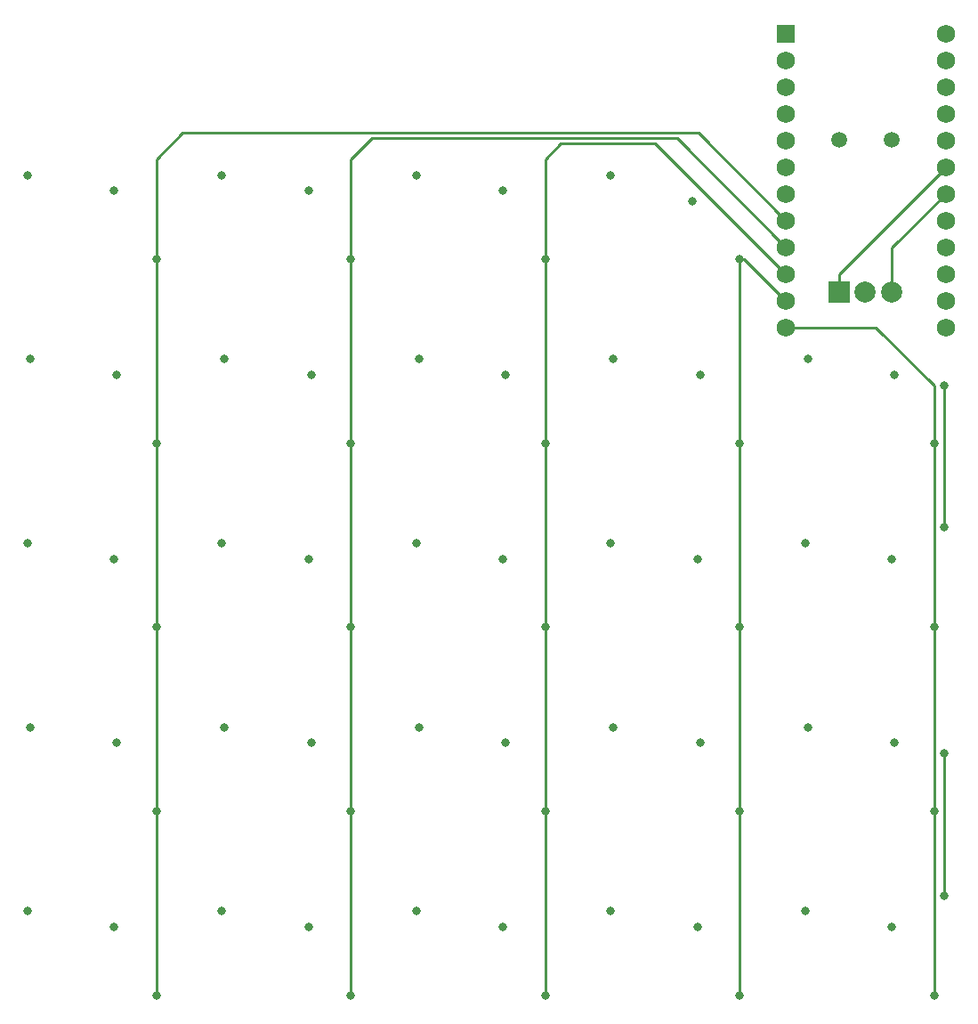
<source format=gbr>
%TF.GenerationSoftware,KiCad,Pcbnew,7.0.10*%
%TF.CreationDate,2024-03-08T11:43:41+01:00*%
%TF.ProjectId,eepypad,65657079-7061-4642-9e6b-696361645f70,1.0*%
%TF.SameCoordinates,Original*%
%TF.FileFunction,Copper,L1,Top*%
%TF.FilePolarity,Positive*%
%FSLAX46Y46*%
G04 Gerber Fmt 4.6, Leading zero omitted, Abs format (unit mm)*
G04 Created by KiCad (PCBNEW 7.0.10) date 2024-03-08 11:43:41*
%MOMM*%
%LPD*%
G01*
G04 APERTURE LIST*
%TA.AperFunction,ComponentPad*%
%ADD10R,1.752600X1.752600*%
%TD*%
%TA.AperFunction,ComponentPad*%
%ADD11C,1.752600*%
%TD*%
%TA.AperFunction,ComponentPad*%
%ADD12C,1.500000*%
%TD*%
%TA.AperFunction,ComponentPad*%
%ADD13R,2.000000X2.000000*%
%TD*%
%TA.AperFunction,ComponentPad*%
%ADD14C,2.000000*%
%TD*%
%TA.AperFunction,ViaPad*%
%ADD15C,0.800000*%
%TD*%
%TA.AperFunction,Conductor*%
%ADD16C,0.250000*%
%TD*%
G04 APERTURE END LIST*
D10*
%TO.P,MCU1,1*%
%TO.N,RAW*%
X167880000Y-61030000D03*
D11*
%TO.P,MCU1,2*%
%TO.N,GND*%
X167880000Y-63570000D03*
%TO.P,MCU1,3*%
%TO.N,RST*%
X167880000Y-66110000D03*
%TO.P,MCU1,4*%
%TO.N,VCC*%
X167880000Y-68650000D03*
%TO.P,MCU1,5*%
%TO.N,P21*%
X167880000Y-71190000D03*
%TO.P,MCU1,6*%
%TO.N,P20*%
X167880000Y-73730000D03*
%TO.P,MCU1,7*%
%TO.N,P19*%
X167880000Y-76270000D03*
%TO.P,MCU1,8*%
%TO.N,P18*%
X167880000Y-78810000D03*
%TO.P,MCU1,9*%
%TO.N,P15*%
X167880000Y-81350000D03*
%TO.P,MCU1,10*%
%TO.N,P14*%
X167880000Y-83890000D03*
%TO.P,MCU1,11*%
%TO.N,P16*%
X167880000Y-86430000D03*
%TO.P,MCU1,12*%
%TO.N,P10*%
X167880000Y-88970000D03*
%TO.P,MCU1,13*%
%TO.N,P1*%
X183120000Y-61030000D03*
%TO.P,MCU1,14*%
%TO.N,P0*%
X183120000Y-63570000D03*
%TO.P,MCU1,15*%
%TO.N,GND*%
X183120000Y-66110000D03*
%TO.P,MCU1,16*%
X183120000Y-68650000D03*
%TO.P,MCU1,17*%
%TO.N,P2*%
X183120000Y-71190000D03*
%TO.P,MCU1,18*%
%TO.N,P3*%
X183120000Y-73730000D03*
%TO.P,MCU1,19*%
%TO.N,P4*%
X183120000Y-76270000D03*
%TO.P,MCU1,20*%
%TO.N,P5*%
X183120000Y-78810000D03*
%TO.P,MCU1,21*%
%TO.N,P6*%
X183120000Y-81350000D03*
%TO.P,MCU1,22*%
%TO.N,P7*%
X183120000Y-83890000D03*
%TO.P,MCU1,23*%
%TO.N,P8*%
X183120000Y-86430000D03*
%TO.P,MCU1,24*%
%TO.N,P9*%
X183120000Y-88970000D03*
%TD*%
D12*
%TO.P,ROT1,1*%
%TO.N,five_five*%
X172960000Y-71120000D03*
%TO.P,ROT1,2*%
%TO.N,P9*%
X177960000Y-71120000D03*
D13*
%TO.P,ROT1,A*%
%TO.N,P3*%
X172960000Y-85620000D03*
D14*
%TO.P,ROT1,B*%
%TO.N,P4*%
X177960000Y-85620000D03*
%TO.P,ROT1,C*%
%TO.N,GND*%
X175460000Y-85620000D03*
%TD*%
D15*
%TO.N,GND*%
X151500000Y-92000000D03*
X122500000Y-111000000D03*
X159000000Y-77000000D03*
X96000000Y-127000000D03*
X159500000Y-111000000D03*
X151500000Y-127000000D03*
X122500000Y-146000000D03*
X178000000Y-146000000D03*
X133000000Y-92000000D03*
X170000000Y-92000000D03*
X114500000Y-92000000D03*
X141000000Y-146000000D03*
X104000000Y-111000000D03*
X114500000Y-127000000D03*
X159500000Y-146000000D03*
X96000000Y-92000000D03*
X141000000Y-111000000D03*
X178000000Y-111000000D03*
X133000000Y-127000000D03*
X141000000Y-76000000D03*
X104000000Y-146000000D03*
X170000000Y-127000000D03*
X104000000Y-76000000D03*
X122500000Y-76000000D03*
%TO.N,P18*%
X108000000Y-152500000D03*
X108000000Y-100000000D03*
X108000000Y-82500000D03*
X108000000Y-135000000D03*
X108000000Y-117500000D03*
%TO.N,P15*%
X126500000Y-117500000D03*
X126500000Y-152500000D03*
X126500000Y-135000000D03*
X126500000Y-100000000D03*
X126500000Y-82500000D03*
%TO.N,P14*%
X145000000Y-117500000D03*
X145000000Y-135000000D03*
X145000000Y-100000000D03*
X145000000Y-152500000D03*
X145000000Y-82500000D03*
%TO.N,P16*%
X163500000Y-100000000D03*
X163500000Y-82500000D03*
X163500000Y-135000000D03*
X163500000Y-117500000D03*
X163500000Y-152500000D03*
%TO.N,P10*%
X182000000Y-152500000D03*
X182000000Y-100000000D03*
X182000000Y-135000000D03*
X182000000Y-117500000D03*
%TO.N,VCC*%
X178250000Y-128500000D03*
X104250000Y-128500000D03*
X132750000Y-144500000D03*
X114250000Y-109500000D03*
X132750000Y-109500000D03*
X95750000Y-109500000D03*
X122750000Y-93500000D03*
X122750000Y-128500000D03*
X141250000Y-93500000D03*
X159750000Y-93500000D03*
X151250000Y-144500000D03*
X159750000Y-128500000D03*
X95750000Y-74500000D03*
X132750000Y-74500000D03*
X114250000Y-144500000D03*
X178250000Y-93500000D03*
X104250000Y-93500000D03*
X114250000Y-74500000D03*
X141250000Y-128500000D03*
X151250000Y-74500000D03*
X169750000Y-109500000D03*
X95750000Y-144500000D03*
X151250000Y-109500000D03*
X169750000Y-144500000D03*
%TO.N,led_dout_five_two*%
X183000000Y-143000000D03*
X183000000Y-129500000D03*
%TO.N,led_dout_five_four*%
X183000000Y-108000000D03*
X183000000Y-94500000D03*
%TD*%
D16*
%TO.N,P3*%
X172960000Y-83890000D02*
X183120000Y-73730000D01*
X172960000Y-85620000D02*
X172960000Y-83890000D01*
%TO.N,P4*%
X177960000Y-85620000D02*
X177960000Y-81430000D01*
X177960000Y-81430000D02*
X183120000Y-76270000D01*
%TO.N,P18*%
X159570000Y-70500000D02*
X167880000Y-78810000D01*
X108000000Y-82500000D02*
X108000000Y-73000000D01*
X108000000Y-82500000D02*
X108000000Y-130500000D01*
X110500000Y-70500000D02*
X159570000Y-70500000D01*
X108000000Y-73000000D02*
X110500000Y-70500000D01*
X108000000Y-130500000D02*
X108000000Y-152500000D01*
%TO.N,P15*%
X157530000Y-71000000D02*
X167880000Y-81350000D01*
X126500000Y-82500000D02*
X126500000Y-73000000D01*
X128500000Y-71000000D02*
X157530000Y-71000000D01*
X126500000Y-82500000D02*
X126500000Y-152500000D01*
X126500000Y-73000000D02*
X128500000Y-71000000D01*
%TO.N,P14*%
X146500000Y-71500000D02*
X155490000Y-71500000D01*
X145000000Y-126000000D02*
X145000000Y-152500000D01*
X145000000Y-73000000D02*
X146500000Y-71500000D01*
X145000000Y-82500000D02*
X145000000Y-126000000D01*
X155490000Y-71500000D02*
X167880000Y-83890000D01*
X145000000Y-82500000D02*
X145000000Y-73000000D01*
%TO.N,P16*%
X163500000Y-82500000D02*
X163500000Y-152500000D01*
X163950000Y-82500000D02*
X167880000Y-86430000D01*
X163500000Y-82500000D02*
X163950000Y-82500000D01*
%TO.N,P10*%
X182000000Y-100000000D02*
X182000000Y-152500000D01*
X167880000Y-88970000D02*
X176470000Y-88970000D01*
X182000000Y-94500000D02*
X182000000Y-100000000D01*
X176470000Y-88970000D02*
X182000000Y-94500000D01*
%TO.N,led_dout_five_two*%
X183000000Y-129500000D02*
X183000000Y-143000000D01*
%TO.N,led_dout_five_four*%
X183000000Y-94500000D02*
X183000000Y-108000000D01*
%TD*%
M02*

</source>
